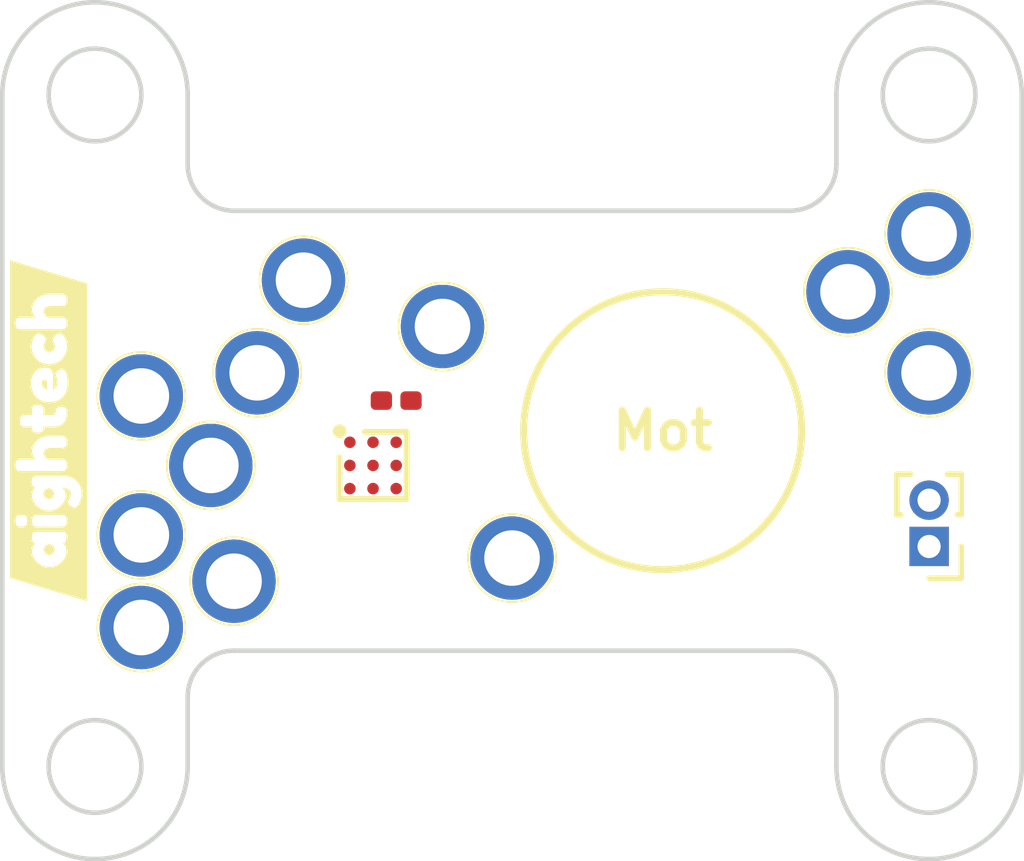
<source format=kicad_pcb>
(kicad_pcb (version 20211014) (generator pcbnew)
  (layers (0 "F.Cu" signal "Front") (1 "In1.Cu" signal) (2 "In2.Cu" signal) (31 "B.Cu" signal "Back") (34 "B.Paste" user) (35 "F.Paste" user) (36 "B.SilkS" user "B.Silkscreen") (37 "F.SilkS" user "F.Silkscreen") (38 "B.Mask" user) (39 "F.Mask" user) (44 "Edge.Cuts" user))
  (net 0 "")
  (net 1 "GND")
  (net 2 "OUT2")
  (net 3 "RESETB")
  (net 4 "+3.3V")
  (net 5 "OUT3")
  (net 6 "OUT1")
  (net 7 "I2C_SCL")
  (net 8 "I2C_SDA")
  (net 9 "CS")
  (net 10 "AUX2")
  (net 11 "AUX1")
  (net 12 "+5VA")
  (net 13 "Net-(U1-PadA2)")
  (net 14 "Net-(U1-PadC3)")
  (net 15 "Net-(U1-PadA3)")
  (footprint "00_Custom:Pin_D1.2mm_pogo" (layer "F.Cu") (at 146.5 92.5)
    (fp_text reference "J32" hide)
    (fp_text value "Conn_01x01_Female" hide)
    (pad "1" thru_hole circle (at 0 0) (size 1.8 1.8) (drill 1.2) (layers *.Cu *.Mask) (net 8 "I2C_SDA"))
  )
  (footprint "00_Custom:Pin_D1.2mm_pogo" (layer "F.Cu") (at 144.5 96.5)
    (fp_text reference "J22" hide)
    (fp_text value "Conn_01x01_Female" hide)
    (pad "1" thru_hole circle (at 0 0) (size 1.8 1.8) (drill 1.2) (layers *.Cu *.Mask) (net 5 "OUT3"))
  )
  (footprint "00_Custom:Pin_D1.2mm_pogo" (layer "F.Cu") (at 160 91.5)
    (fp_text reference "J43" hide)
    (fp_text value "Conn_01x01_Female" hide)
    (pad "1" thru_hole circle (at 0 0) (size 1.8 1.8) (drill 1.2) (layers *.Cu *.Mask) (net 12 "+5VA"))
  )
  (footprint "00_Custom:Pin_D1.2mm_pogo" (layer "F.Cu") (at 151 98.5)
    (fp_text reference "J33" hide)
    (fp_text value "Conn_01x01_Female" hide)
    (pad "1" thru_hole circle (at 0 0) (size 1.8 1.8) (drill 1.2) (layers *.Cu *.Mask) (net 9 "CS"))
  )
  (footprint "00_Custom:Pin_D1.2mm_pogo" (layer "F.Cu") (at 145 99)
    (fp_text reference "J23" hide)
    (fp_text value "Conn_01x01_Female" hide)
    (pad "1" thru_hole circle (at 0 0) (size 1.8 1.8) (drill 1.2) (layers *.Cu *.Mask) (net 6 "OUT1"))
  )
  (footprint "Capacitor_SMD:C_0201_0603Metric" (layer "F.Cu") (at 148.5 95.1)
    (fp_text reference "C1" hide)
    (fp_text value "1uF" hide)
    (pad "1" smd roundrect (at -0.32 0) (size 0.46 0.4) (layers "F.Cu" "F.Mask") (net 13 "Net-(U1-PadA2)"))
    (pad "2" smd roundrect (at 0.32 0) (size 0.46 0.4) (layers "F.Cu" "F.Mask") (net 1 "GND"))
  )
  (footprint "00_Custom:DSBGA-9" (layer "F.Cu") (at 148 96.5)
    (fp_text reference "U1" hide)
    (fp_text value "DRV2605YZFR" hide)
    (fp_line (start -0.725 -0.18) (end -0.725 0.725) (layer "F.SilkS") (width 0.127))
    (fp_line (start 0.725 -0.725) (end 0.725 0.725) (layer "F.SilkS") (width 0.127))
    (fp_line (start -0.18 -0.725) (end 0.725 -0.725) (layer "F.SilkS") (width 0.127))
    (fp_line (start -0.725 0.725) (end 0.725 0.725) (layer "F.SilkS") (width 0.127))
    (fp_circle (center -0.72 -0.74) (end -0.57 -0.74) (layer "F.SilkS") (width 0) (fill solid))
    (pad "A1" smd circle (at -0.5 -0.5) (size 0.25 0.25) (layers "F.Cu" "F.Paste" "F.Mask") (net 10 "AUX2"))
    (pad "A2" smd circle (at 0 -0.5) (size 0.25 0.25) (layers "F.Cu" "F.Paste" "F.Mask") (net 13 "Net-(U1-PadA2)"))
    (pad "A3" smd circle (at 0.5 -0.5) (size 0.25 0.25) (layers "F.Cu" "F.Paste" "F.Mask") (net 15 "Net-(U1-PadA3)"))
    (pad "B1" smd circle (at -0.5 0) (size 0.25 0.25) (layers "F.Cu" "F.Paste" "F.Mask") (net 6 "OUT1"))
    (pad "B2" smd circle (at 0 0) (size 0.25 0.25) (layers "F.Cu" "F.Paste" "F.Mask") (net 8 "I2C_SDA"))
    (pad "B3" smd circle (at 0.5 0) (size 0.25 0.25) (layers "F.Cu" "F.Paste" "F.Mask") (net 1 "GND"))
    (pad "C1" smd circle (at -0.5 0.5) (size 0.25 0.25) (layers "F.Cu" "F.Paste" "F.Mask") (net 7 "I2C_SCL"))
    (pad "C2" smd circle (at 0 0.5) (size 0.25 0.25) (layers "F.Cu" "F.Paste" "F.Mask") (net 4 "+3.3V"))
    (pad "C3" smd circle (at 0.5 0.5) (size 0.25 0.25) (layers "F.Cu" "F.Paste" "F.Mask") (net 14 "Net-(U1-PadC3)"))
  )
  (footprint "00_Custom:Pin_D1.2mm_pogo" (layer "F.Cu") (at 149.5 93.5)
    (fp_text reference "J31" hide)
    (fp_text value "Conn_01x01_Female" hide)
    (pad "1" thru_hole circle (at 0 0) (size 1.8 1.8) (drill 1.2) (layers *.Cu *.Mask) (net 7 "I2C_SCL"))
  )
  (footprint "00_Custom:Pin_D1.2mm_pogo" (layer "F.Cu") (at 143 98)
    (fp_text reference "J12" hide)
    (fp_text value "Conn_01x01_Female" hide)
    (pad "1" thru_hole circle (at 0 0) (size 1.8 1.8) (drill 1.2) (layers *.Cu *.Mask) (net 2 "OUT2"))
  )
  (footprint "00_Custom:Pin_D1.2mm_pogo" (layer "F.Cu") (at 158.25 92.75)
    (fp_text reference "J42" hide)
    (fp_text value "Conn_01x01_Female" hide)
    (pad "1" thru_hole circle (at 0 0) (size 1.8 1.8) (drill 1.2) (layers *.Cu *.Mask) (net 11 "AUX1"))
  )
  (footprint "00_Custom:Pin_D1.2mm_pogo" (layer "F.Cu") (at 143 95)
    (fp_text reference "J13" hide)
    (fp_text value "Conn_01x01_Female" hide)
    (pad "1" thru_hole circle (at 0 0) (size 1.8 1.8) (drill 1.2) (layers *.Cu *.Mask) (net 3 "RESETB"))
  )
  (footprint "kibuzzard-63F61033" (layer "F.Cu") (at 141 95.75 90)
    (fp_text reference "kibuzzard-63F61033" hide)
    (fp_text value "G***" hide)
    (fp_poly (pts (xy -1.483042 0.003572) (xy -1.446609 0.087154) (xy -1.358027 0.124301) (xy -1.271587 0.086439) (xy -1.237297 0.003572) (xy -1.270159 -0.080724) (xy -1.358741 -0.120015) (xy -1.448752 -0.081439) (xy -1.483042 0.003572)) (layer "F.SilkS") (width 0) (fill solid))
    (fp_poly (pts (xy 1.060132 -0.03429) (xy 1.114425 -0.08001) (xy 1.089422 -0.132874) (xy 1.017984 -0.152876) (xy 0.92583 -0.115014) (xy 0.88011 -0.03429) (xy 1.060132 -0.03429)) (layer "F.SilkS") (width 0) (fill solid))
    (fp_poly (pts (xy -2.693194 0.014287) (xy -2.656046 0.099298) (xy -2.566035 0.13716) (xy -2.478167 0.098584) (xy -2.443162 0.013573) (xy -2.476738 -0.072866) (xy -2.566749 -0.112871) (xy -2.658189 -0.072866) (xy -2.693194 0.014287)) (layer "F.SilkS") (width 0) (fill solid))
    (fp_poly (pts (xy -2.943225 -0.833438) (xy -3.18135 -0.833438) (xy -3.681412 0.833438) (xy -3.18135 0.833438) (xy -2.943225 0.833438) (xy -2.296716 0.833438) (xy -2.296716 0.387191) (xy -2.401014 0.367903) (xy -2.431732 0.311467) (xy -2.502277 0.36826) (xy -2.608183 0.387191) (xy -2.68859 0.37465) (xy -2.765028 0.337026) (xy -2.837497 0.27432) (xy -2.896235 0.195024) (xy -2.931477 0.107632) (xy -2.943225 0.012144) (xy -2.931398 -0.083264) (xy -2.895917 -0.170418) (xy -2.836783 -0.249317) (xy -2.76352 -0.311626) (xy -2.685653 -0.349012) (xy -2.603182 -0.361474) (xy -2.5146 -0.344329) (xy -2.458879 -0.312182) (xy -2.433161 -0.282893) (xy -2.400657 -0.3429) (xy -2.32029 -0.362903) (xy -2.237422 -0.35433) (xy -2.199561 -0.324326) (xy -2.186702 -0.286464) (xy -2.184559 -0.237173) (xy -2.184559 0.26289) (xy -2.186702 0.312182) (xy -2.198846 0.350044) (xy -2.233315 0.377904) (xy -2.296716 0.387191) (xy -2.296716 0.833438) (xy -1.945957 0.833438) (xy -1.945957 0.390049) (xy -2.018467 0.380405) (xy -2.055971 0.351473) (xy -2.068116 0.314325) (xy -2.070259 0.264319) (xy -2.070259 -0.237173) (xy -2.068116 -0.286464) (xy -2.055971 -0.324326) (xy -2.018109 -0.352187) (xy -1.945243 -0.361384) (xy -1.945243 -0.464344) (xy -2.017395 -0.472916) (xy -2.055257 -0.50292) (xy -2.068116 -0.540782) (xy -2.070259 -0.590074) (xy -2.068116 -0.639366) (xy -2.055971 -0.675799) (xy -2.018109 -0.704731) (xy -1.944529 -0.714375) (xy -1.872377 -0.704731) (xy -1.835944 -0.675799) (xy -1.822371 -0.637937) (xy -1.820227 -0.588645) (xy -1.822371 -0.539353) (xy -1.835229 -0.502206) (xy -1.873091 -0.472916) (xy -1.945243 -0.464344) (xy -1.945243 -0.361384) (xy -1.944529 -0.361474) (xy -1.847374 -0.337185) (xy -1.821656 -0.275749) (xy -1.820227 -0.234315) (xy -1.820227 0.265747) (xy -1.822371 0.315039) (xy -1.835944 0.352901) (xy -1.872734 0.380762) (xy -1.945957 0.390049) (xy -1.945957 0.833438) (xy -1.355884 0.833438) (xy -1.355884 0.714375) (xy -1.461968 0.701159) (xy -1.563052 0.661511) (xy -1.63699 0.611148) (xy -1.661636 0.565785) (xy -1.618774 0.467201) (xy -1.576626 0.425768) (xy -1.541621 0.414338) (xy -1.500187 0.431483) (xy -1.42875 0.47113) (xy -1.351597 0.484346) (xy -1.263015 0.441484) (xy -1.228725 0.338614) (xy -1.228725 0.295751) (xy -1.299091 0.349329) (xy -1.401604 0.367189) (xy -1.478994 0.355044) (xy -1.553051 0.318611) (xy -1.623774 0.257889) (xy -1.681321 0.180975) (xy -1.715849 0.095964) (xy -1.727359 0.002857) (xy -1.71577 -0.090329) (xy -1.681004 -0.175578) (xy -1.62306 -0.252889) (xy -1.551305 -0.314008) (xy -1.475105 -0.350679) (xy -1.39446 -0.362903) (xy -1.305877 -0.345043) (xy -1.250871 -0.312182) (xy -1.227296 -0.284321) (xy -1.198007 -0.345043) (xy -1.117282 -0.36576) (xy -1.035844 -0.357188) (xy -0.999411 -0.327898) (xy -0.986552 -0.291465) (xy -0.984409 -0.242888) (xy -0.984409 0.348615) (xy -0.997109 0.451088) (xy -1.035209 0.539433) (xy -1.098709 0.613648) (xy -1.178084 0.669608) (xy -1.263809 0.703183) (xy -1.355884 0.714375) (xy -1.355884 0.833438) (xy -0.245745 0.833438) (xy -0.245745 0.390049) (xy -0.316468 0.380762) (xy -0.35433 0.352901) (xy -0.367903 0.314325) (xy -0.370046 0.26289) (xy -0.370046 0.012859) (xy -0.402907 -0.078581) (xy -0.486489 -0.111443) (xy -0.575786 -0.080724) (xy -0.620077 -0.01143) (xy -0.620077 0.265747) (xy -0.622221 0.315039) (xy -0.635794 0.352901) (xy -0.672584 0.380762) (xy -0.745807 0.390049) (xy -0.818317 0.380405) (xy -0.855821 0.351473) (xy -0.867966 0.314325) (xy -0.870109 0.264319) (xy -0.870109 -0.590074) (xy -0.867966 -0.639366) (xy -0.855821 -0.675799) (xy -0.817959 -0.704731) (xy -0.744379 -0.714375) (xy -0.672227 -0.704731) (xy -0.635794 -0.675799) (xy -0.622221 -0.637937) (xy -0.620077 -0.588645) (xy -0.620077 -0.272891) (xy -0.542568 -0.338257) (xy -0.452914 -0.360045) (xy -0.362982 -0.34798) (xy -0.283686 -0.311785) (xy -0.215027 -0.25146) (xy -0.162242 -0.173673) (xy -0.130572 -0.08509) (xy -0.120015 0.014287) (xy -0.120015 0.265747) (xy -0.122158 0.315039) (xy -0.135731 0.352901) (xy -0.172522 0.380762) (xy -0.245745 0.390049) (xy -0.245745 0.833438) (xy 0.392906 0.833438) (xy 0.392906 0.390049) (xy 0.301784 0.382587) (xy 0.226536 0.360204) (xy 0.167164 0.322897) (xy 0.124301 0.267811) (xy 0.098584 0.192088) (xy 0.090011 0.095726) (xy 0.090011 -0.115729) (xy 0.031433 -0.111443) (xy -0.020717 -0.135731) (xy -0.041434 -0.218599) (xy -0.03429 -0.303609) (xy -0.014287 -0.341471) (xy 0.042863 -0.360045) (xy 0.090011 -0.35433) (xy 0.090011 -0.501491) (xy 0.092154 -0.550069) (xy 0.105728 -0.584359) (xy 0.142518 -0.611148) (xy 0.215741 -0.620078) (xy 0.293251 -0.606862) (xy 0.33147 -0.567214) (xy 0.338614 -0.494348) (xy 0.338614 -0.35433) (xy 0.433626 -0.360045) (xy 0.482203 -0.357902) (xy 0.520065 -0.344329) (xy 0.547926 -0.307538) (xy 0.557213 -0.234315) (xy 0.547568 -0.161806) (xy 0.518636 -0.124301) (xy 0.480774 -0.112157) (xy 0.431483 -0.110014) (xy 0.338614 -0.115729) (xy 0.338614 0.081439) (xy 0.350758 0.13716) (xy 0.396478 0.154305) (xy 0.447913 0.156448) (xy 0.485775 0.170021) (xy 0.518636 0.265747) (xy 0.508635 0.338257) (xy 0.478631 0.375761) (xy 0.440769 0.387906) (xy 0.392906 0.390049) (xy 0.392906 0.833438) (xy 1.020127 0.833438) (xy 1.020127 0.408623) (xy 0.920294 0.399514) (xy 0.832247 0.372189) (xy 0.759202 0.329863) (xy 0.704374 0.275749) (xy 0.654368 0.19558) (xy 0.624364 0.109379) (xy 0.614363 0.017145) (xy 0.627301 -0.094853) (xy 0.666115 -0.190818) (xy 0.730806 -0.270748) (xy 0.814864 -0.330676) (xy 0.911781 -0.366633) (xy 1.021556 -0.378619) (xy 1.114246 -0.369868) (xy 1.193721 -0.343614) (xy 1.259979 -0.299859) (xy 1.313021 -0.238601) (xy 1.349454 -0.160913) (xy 1.361599 -0.076438) (xy 1.350705 0) (xy 1.318022 0.053578) (xy 1.221581 0.095726) (xy 0.882967 0.095726) (xy 0.930116 0.162878) (xy 1.024414 0.190024) (xy 1.098352 0.185738) (xy 1.15443 0.172879) (xy 1.170146 0.167164) (xy 1.227296 0.151448) (xy 1.305878 0.215741) (xy 1.324451 0.281464) (xy 1.305431 0.337096) (xy 1.24837 0.376833) (xy 1.153269 0.400675) (xy 1.020127 0.408623) (xy 1.020127 0.833438) (xy 1.821656 0.833438) (xy 1.821656 0.397193) (xy 1.734185 0.386556) (xy 1.648936 0.354648) (xy 1.56591 0.301466) (xy 1.512689 0.248067) (xy 1.470184 0.179308) (xy 1.442323 0.098941) (xy 1.433036 0.010716) (xy 1.442323 -0.077152) (xy 1.470184 -0.156448) (xy 1.512689 -0.224135) (xy 1.56591 -0.277178) (xy 1.646714 -0.329565) (xy 1.73101 -0.360998) (xy 1.818799 -0.371475) (xy 1.924526 -0.356473) (xy 2.00025 -0.327184) (xy 2.02311 -0.312896) (xy 2.063115 -0.28575) (xy 2.100263 -0.220742) (xy 2.070259 -0.138589) (xy 2.019895 -0.079653) (xy 1.971675 -0.060008) (xy 1.894523 -0.09144) (xy 1.820942 -0.115729) (xy 1.731645 -0.081439) (xy 1.690211 0.013573) (xy 1.730216 0.107871) (xy 1.815227 0.141446) (xy 1.899523 0.115014) (xy 1.963103 0.088582) (xy 2.010608 0.107513) (xy 2.067401 0.164306) (xy 2.100263 0.238601) (xy 2.080617 0.291108) (xy 2.021681 0.340042) (xy 1.930956 0.382905) (xy 1.821656 0.397193) (xy 1.821656 0.833438) (xy 2.817495 0.833438) (xy 2.817495 0.390049) (xy 2.746772 0.380762) (xy 2.70891 0.352901) (xy 2.695337 0.314325) (xy 2.693194 0.26289) (xy 2.693194 0.012859) (xy 2.660332 -0.078581) (xy 2.576751 -0.111443) (xy 2.487454 -0.080724) (xy 2.443162 -0.01143) (xy 2.443162 0.265747) (xy 2.441019 0.315039) (xy 2.427446 0.352901) (xy 2.390656 0.380762) (xy 2.317433 0.390049) (xy 2.244923 0.380405) (xy 2.207419 0.351473) (xy 2.195274 0.314325) (xy 2.193131 0.264319) (xy 2.193131 -0.590074) (xy 2.195274 -0.639366) (xy 2.207419 -0.675799) (xy 2.245281 -0.704731) (xy 2.318861 -0.714375) (xy 2.391013 -0.704731) (xy 2.427446 -0.675799) (xy 2.441019 -0.637937) (xy 2.443162 -0.588645) (xy 2.443162 -0.272891) (xy 2.520672 -0.338257) (xy 2.610326 -0.360045) (xy 2.700258 -0.34798) (xy 2.779554 -0.311785) (xy 2.848213 -0.25146) (xy 2.900998 -0.173673) (xy 2.932668 -0.08509) (xy 2.943225 0.014287) (xy 2.943225 0.265747) (xy 2.941082 0.315039) (xy 2.927509 0.352901) (xy 2.890718 0.380762) (xy 2.817495 0.390049) (xy 2.817495 0.833438) (xy 2.943225 0.833438) (xy 3.18135 0.833438) (xy 3.681413 -0.833438) (xy 3.18135 -0.833438) (xy 2.943225 -0.833438) (xy -2.943225 -0.833438)) (layer "F.SilkS") (width 0) (fill solid))
  )
  (footprint "00_Custom:Pin_D1.2mm_pogo" (layer "F.Cu") (at 160 94.5)
    (fp_text reference "J41" hide)
    (fp_text value "Conn_01x01_Female" hide)
    (pad "1" thru_hole circle (at 0 0) (size 1.8 1.8) (drill 1.2) (layers *.Cu *.Mask) (net 10 "AUX2"))
  )
  (footprint "00_Custom:Pin_D1.2mm_pogo" (layer "F.Cu") (at 145.5 94.5)
    (fp_text reference "J21" hide)
    (fp_text value "Conn_01x01_Female" hide)
    (pad "1" thru_hole circle (at 0 0) (size 1.8 1.8) (drill 1.2) (layers *.Cu *.Mask) (net 4 "+3.3V"))
  )
  (footprint "00_Custom:Pin_D1.2mm_pogo" (layer "F.Cu") (at 143 100)
    (fp_text reference "J11" hide)
    (fp_text value "Conn_01x01_Female" hide)
    (pad "1" thru_hole circle (at 0 0) (size 1.8 1.8) (drill 1.2) (layers *.Cu *.Mask) (net 1 "GND"))
  )
  (footprint "Connector_PinHeader_1.00mm:PinHeader_1x02_P1.00mm_Vertical" (layer "F.Cu") (at 160 98.25 180)
    (fp_text reference "J0" hide)
    (fp_text value "Conn_01x02_Male" hide)
    (fp_line (start 0.695 0.685) (end 0.695 1.56) (layer "F.SilkS") (width 0.12))
    (fp_line (start -0.695 0.685) (end -0.608276 0.685) (layer "F.SilkS") (width 0.12))
    (fp_line (start 0.608276 0.685) (end 0.695 0.685) (layer "F.SilkS") (width 0.12))
    (fp_line (start -0.695 0.685) (end -0.695 1.56) (layer "F.SilkS") (width 0.12))
    (fp_line (start -0.695 0) (end -0.695 -0.685) (layer "F.SilkS") (width 0.12))
    (fp_line (start -0.695 1.56) (end -0.394493 1.56) (layer "F.SilkS") (width 0.12))
    (fp_line (start -0.695 -0.685) (end 0 -0.685) (layer "F.SilkS") (width 0.12))
    (fp_line (start 0.394493 1.56) (end 0.695 1.56) (layer "F.SilkS") (width 0.12))
    (pad "1" thru_hole rect (at 0 0 180) (size 0.85 0.85) (drill 0.5) (layers *.Cu *.Mask) (net 14 "Net-(U1-PadC3)"))
    (pad "2" thru_hole oval (at 0 1 180) (size 0.85 0.85) (drill 0.5) (layers *.Cu *.Mask) (net 15 "Net-(U1-PadA3)"))
  )
  (gr_circle (center 144.5 96.499999) (end 145.45 96.499999) (layer "F.SilkS") (width 0.0381) (fill none))
  (gr_circle (center 149.5 93.5) (end 150.45 93.5) (layer "F.SilkS") (width 0.0381) (fill none))
  (gr_circle (center 160 94.5) (end 160.95 94.5) (layer "F.SilkS") (width 0.0381) (fill none))
  (gr_circle (center 143 98) (end 143.95 98) (layer "F.SilkS") (width 0.0381) (fill none))
  (gr_circle (center 158.25 92.75) (end 159.2 92.75) (layer "F.SilkS") (width 0.0381) (fill none))
  (gr_circle (center 143.000001 95) (end 143.950001 95) (layer "F.SilkS") (width 0.0381) (fill none))
  (gr_circle (center 151 98.5) (end 151.95 98.5) (layer "F.SilkS") (width 0.0381) (fill none))
  (gr_circle (center 154.25 95.75) (end 157.25 95.75) (layer "F.SilkS") (width 0.1524) (fill none))
  (gr_circle (center 146.5 92.5) (end 147.45 92.5) (layer "F.SilkS") (width 0.0381) (fill none))
  (gr_circle (center 143 100) (end 143.95 100) (layer "F.SilkS") (width 0.0381) (fill none))
  (gr_circle (center 160 91.5) (end 160.95 91.5) (layer "F.SilkS") (width 0.0381) (fill none))
  (gr_circle (center 145 99) (end 145.95 99) (layer "F.SilkS") (width 0.0381) (fill none))
  (gr_circle (center 145.5 94.5) (end 146.45 94.5) (layer "F.SilkS") (width 0.0381) (fill none))
  (gr_arc (start 158 90) (mid 157.707107 90.707107) (end 157 91) (layer "Edge.Cuts") (width 0.1))
  (gr_arc (start 144 103) (mid 143.414213 104.414213) (end 142 105) (layer "Edge.Cuts") (width 0.1))
  (gr_circle (center 141.999999 103.000001) (end 142.999999 103.000001) (layer "Edge.Cuts") (width 0.1) (fill none))
  (gr_arc (start 160 105) (mid 158.585787 104.414213) (end 158 103) (layer "Edge.Cuts") (width 0.1))
  (gr_line (start 144 101.5) (end 144.000001 103.000001) (layer "Edge.Cuts") (width 0.1))
  (gr_line (start 161.999999 88.499999) (end 162 103) (layer "Edge.Cuts") (width 0.1))
  (gr_arc (start 144 101.5) (mid 144.292893 100.792893) (end 145 100.5) (layer "Edge.Cuts") (width 0.1))
  (gr_arc (start 157.999999 88.499999) (mid 158.585786 87.085786) (end 159.999999 86.499999) (layer "Edge.Cuts") (width 0.1))
  (gr_line (start 158 103) (end 158 101.5) (layer "Edge.Cuts") (width 0.1))
  (gr_line (start 139.999999 88.499999) (end 140 103) (layer "Edge.Cuts") (width 0.1))
  (gr_circle (center 141.999999 88.499999) (end 142.999999 88.499999) (layer "Edge.Cuts") (width 0.1) (fill none))
  (gr_line (start 145 91) (end 157 91) (layer "Edge.Cuts") (width 0.1))
  (gr_circle (center 160.000001 103.000001) (end 161.000001 103.000001) (layer "Edge.Cuts") (width 0.1) (fill none))
  (gr_arc (start 162 103) (mid 161.414214 104.414214) (end 160 105) (layer "Edge.Cuts") (width 0.1))
  (gr_arc (start 142 105) (mid 140.585786 104.414214) (end 140 103) (layer "Edge.Cuts") (width 0.1))
  (gr_arc (start 139.999999 88.499999) (mid 140.585786 87.085786) (end 141.999999 86.499999) (layer "Edge.Cuts") (width 0.1))
  (gr_arc (start 157 100.5) (mid 157.707107 100.792893) (end 158 101.5) (layer "Edge.Cuts") (width 0.1))
  (gr_line (start 144 88.5) (end 144 90) (layer "Edge.Cuts") (width 0.1))
  (gr_circle (center 160.000002 88.499996) (end 161.000002 88.499996) (layer "Edge.Cuts") (width 0.1) (fill none))
  (gr_arc (start 145 91) (mid 144.292893 90.707107) (end 144 90) (layer "Edge.Cuts") (width 0.1))
  (gr_arc (start 142 86.5) (mid 143.414213 87.085787) (end 144 88.5) (layer "Edge.Cuts") (width 0.1))
  (gr_line (start 158 90) (end 157.999999 88.499999) (layer "Edge.Cuts") (width 0.1))
  (gr_arc (start 159.999999 86.499999) (mid 161.414213 87.085785) (end 161.999999 88.499999) (layer "Edge.Cuts") (width 0.1))
  (gr_line (start 157 100.5) (end 145 100.5) (layer "Edge.Cuts") (width 0.1))
  (gr_text "Mot\n" (at 154.25 95.75) (layer "F.SilkS") (effects (font (size 0.8128 0.8128) (thickness 0.1524))))
)
</source>
